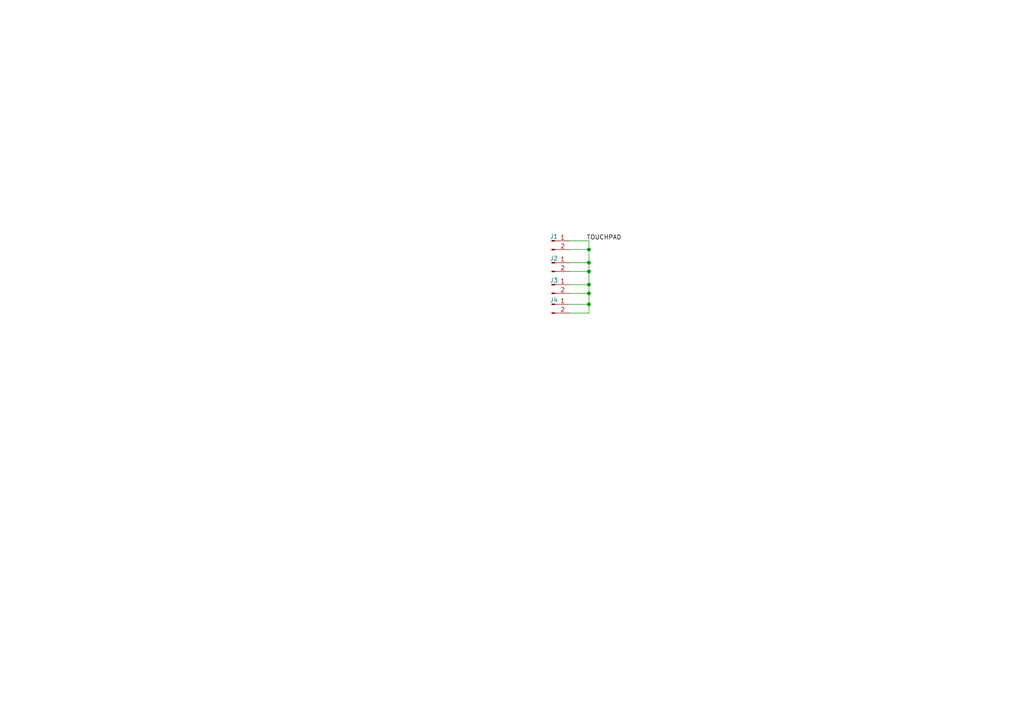
<source format=kicad_sch>
(kicad_sch (version 20211123) (generator eeschema)
  (paper "A4")
  (lib_symbols
    (symbol "Connector:Conn_01x02_Male" (pin_names (offset 1.016) hide)
      (property "Reference" "J" (at 0 2.54 0))
      (property "Value" "Conn_01x02_Male" (at 0 -5.08 0))
      (symbol "Conn_01x02_Male_1_1"
        (polyline (pts (xy 1.27 -2.54) (xy 0.8636 -2.54)) (stroke (width 0.1524)))
        (polyline (pts (xy 1.27 0) (xy 0.8636 0)) (stroke (width 0.1524)))
        (rectangle (start 0.8636 -2.413) (end 0 -2.667) (stroke (width 0.1524)) (fill (type outline)))
        (rectangle (start 0.8636 0.127) (end 0 -0.127) (stroke (width 0.1524)) (fill (type outline)))
        (pin passive line (at 5.08 0 180) (length 3.81) (name "Pin_1") (number "1"))
        (pin passive line (at 5.08 -2.54 180) (length 3.81) (name "Pin_2") (number "2"))
      )
    )
  )
  (junction (at 170.815 76.2))
  (junction (at 170.815 72.39))
  (junction (at 170.815 78.74))
  (junction (at 170.815 88.265))
  (junction (at 170.815 85.09))
  (junction (at 170.815 82.55))
  (wire (pts (xy 170.815 72.39) (xy 170.815 69.85)))
  (wire (pts (xy 165.1 78.74) (xy 170.815 78.74)))
  (wire (pts (xy 165.1 85.09) (xy 170.815 85.09)))
  (wire (pts (xy 170.815 90.805) (xy 170.815 88.265)))
  (wire (pts (xy 165.1 82.55) (xy 170.815 82.55)))
  (wire (pts (xy 170.815 69.85) (xy 165.1 69.85)))
  (wire (pts (xy 170.815 78.74) (xy 170.815 76.2)))
  (wire (pts (xy 170.815 76.2) (xy 170.815 72.39)))
  (wire (pts (xy 170.815 88.265) (xy 170.815 85.09)))
  (wire (pts (xy 170.815 85.09) (xy 170.815 82.55)))
  (wire (pts (xy 165.1 90.805) (xy 170.815 90.805)))
  (wire (pts (xy 165.1 76.2) (xy 170.815 76.2)))
  (wire (pts (xy 170.815 82.55) (xy 170.815 78.74)))
  (wire (pts (xy 165.1 88.265) (xy 170.815 88.265)))
  (wire (pts (xy 165.1 72.39) (xy 170.815 72.39)))
  (label "TOUCHPAD" (at 170.18 69.85 0))
  (symbol (lib_id "Connector:Conn_01x02_Male") (at 160.02 69.85 0) (unit 1)
    (property "Reference" "J1" (at 160.655 68.611 0))
    (property "Value" "Conn_01x02_Male" (effects hide))
    (property "Footprint" "Connector_PinHeader_1.27mm:PinHeader_1x02_P1.27mm_Vertical_SMD_Pin1Left" (effects hide))
  )
  (symbol (lib_id "Connector:Conn_01x02_Male") (at 160.02 82.55 0) (unit 1)
    (property "Reference" "J3" (at 160.655 81.311 0))
    (property "Value" "Conn_01x02_Male" (effects hide))
    (property "Footprint" "Connector_PinHeader_1.27mm:PinHeader_1x02_P1.27mm_Vertical_SMD_Pin1Left" (effects hide))
  )
  (symbol (lib_id "Connector:Conn_01x02_Male") (at 160.02 76.2 0) (unit 1)
    (property "Reference" "J2" (at 160.655 74.961 0))
    (property "Value" "Conn_01x02_Male" (effects hide))
    (property "Footprint" "Connector_PinHeader_1.27mm:PinHeader_1x02_P1.27mm_Vertical_SMD_Pin1Left" (effects hide))
  )
  (symbol (lib_id "Connector:Conn_01x02_Male") (at 160.02 88.265 0) (unit 1)
    (property "Reference" "J4" (at 160.655 87.026 0))
    (property "Value" "Conn_01x02_Male" (effects hide))
    (property "Footprint" "Connector_PinHeader_1.27mm:PinHeader_1x02_P1.27mm_Vertical_SMD_Pin1Left" (effects hide))
  )
)
</source>
